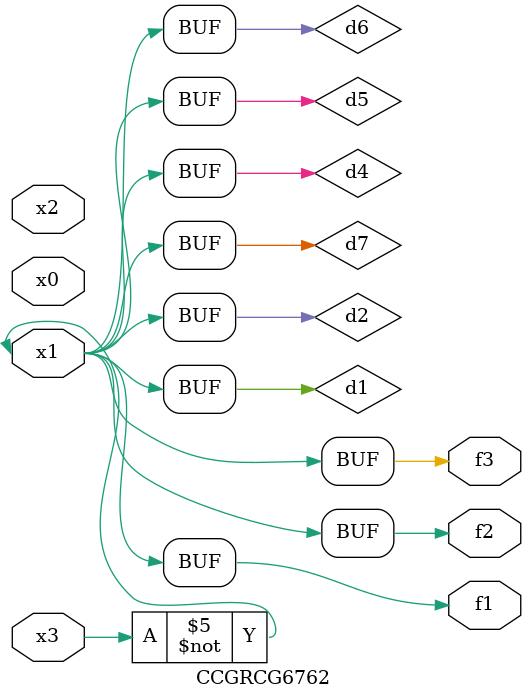
<source format=v>
module CCGRCG6762(
	input x0, x1, x2, x3,
	output f1, f2, f3
);

	wire d1, d2, d3, d4, d5, d6, d7;

	not (d1, x3);
	buf (d2, x1);
	xnor (d3, d1, d2);
	nor (d4, d1);
	buf (d5, d1, d2);
	buf (d6, d4, d5);
	nand (d7, d4);
	assign f1 = d6;
	assign f2 = d7;
	assign f3 = d6;
endmodule

</source>
